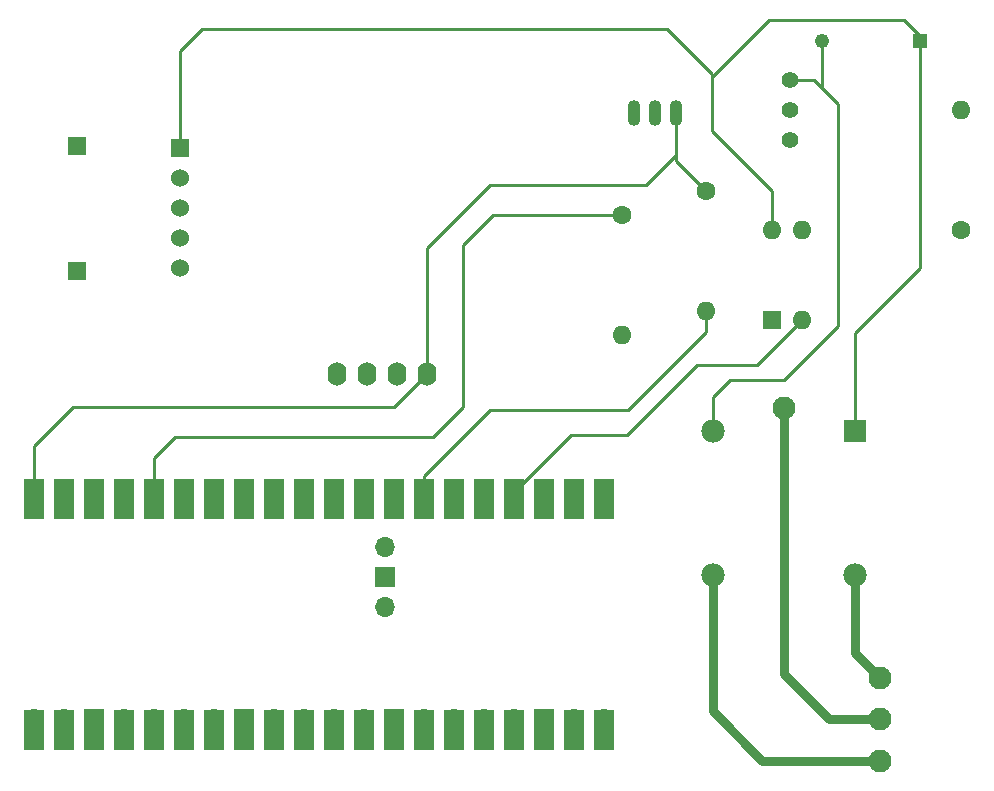
<source format=gtl>
%TF.GenerationSoftware,KiCad,Pcbnew,(6.0.11)*%
%TF.CreationDate,2023-04-01T22:46:31+02:00*%
%TF.ProjectId,thermostat,74686572-6d6f-4737-9461-742e6b696361,v01*%
%TF.SameCoordinates,Original*%
%TF.FileFunction,Copper,L1,Top*%
%TF.FilePolarity,Positive*%
%FSLAX46Y46*%
G04 Gerber Fmt 4.6, Leading zero omitted, Abs format (unit mm)*
G04 Created by KiCad (PCBNEW (6.0.11)) date 2023-04-01 22:46:31*
%MOMM*%
%LPD*%
G01*
G04 APERTURE LIST*
%TA.AperFunction,ComponentPad*%
%ADD10O,1.600000X2.000000*%
%TD*%
%TA.AperFunction,ComponentPad*%
%ADD11C,1.238000*%
%TD*%
%TA.AperFunction,ComponentPad*%
%ADD12R,1.238000X1.238000*%
%TD*%
%TA.AperFunction,ComponentPad*%
%ADD13C,1.422400*%
%TD*%
%TA.AperFunction,ComponentPad*%
%ADD14C,1.600000*%
%TD*%
%TA.AperFunction,ComponentPad*%
%ADD15O,1.600000X1.600000*%
%TD*%
%TA.AperFunction,ComponentPad*%
%ADD16O,1.100000X2.200000*%
%TD*%
%TA.AperFunction,ComponentPad*%
%ADD17R,1.600000X1.600000*%
%TD*%
%TA.AperFunction,ComponentPad*%
%ADD18R,1.980000X1.980000*%
%TD*%
%TA.AperFunction,ComponentPad*%
%ADD19C,1.980000*%
%TD*%
%TA.AperFunction,ComponentPad*%
%ADD20C,1.935000*%
%TD*%
%TA.AperFunction,ComponentPad*%
%ADD21R,1.524000X1.524000*%
%TD*%
%TA.AperFunction,ComponentPad*%
%ADD22C,1.524000*%
%TD*%
%TA.AperFunction,ComponentPad*%
%ADD23C,1.950000*%
%TD*%
%TA.AperFunction,SMDPad,CuDef*%
%ADD24R,1.700000X3.500000*%
%TD*%
%TA.AperFunction,ComponentPad*%
%ADD25O,1.700000X1.700000*%
%TD*%
%TA.AperFunction,ComponentPad*%
%ADD26R,1.700000X1.700000*%
%TD*%
%TA.AperFunction,Conductor*%
%ADD27C,0.254000*%
%TD*%
%TA.AperFunction,Conductor*%
%ADD28C,0.762000*%
%TD*%
G04 APERTURE END LIST*
D10*
%TO.P,Brd1,1,VCC*%
%TO.N,Net-(A1-Pad40)*%
X60008000Y-55812000D03*
%TO.P,Brd1,2,GND*%
%TO.N,GND*%
X57468000Y-55812000D03*
%TO.P,Brd1,3,SCL*%
%TO.N,Net-(A1-Pad2)*%
X54928000Y-55812000D03*
%TO.P,Brd1,4,SDA*%
%TO.N,Net-(A1-Pad1)*%
X52388000Y-55812000D03*
%TD*%
D11*
%TO.P,D1,A*%
%TO.N,Net-(D1-PadA)*%
X93390000Y-27686000D03*
D12*
%TO.P,D1,C*%
%TO.N,/MicroUSB connector/VBUS*%
X101682000Y-27686000D03*
%TD*%
D13*
%TO.P,T1,B*%
%TO.N,Net-(R3-Pad2)*%
X90677993Y-33528000D03*
%TO.P,T1,C*%
%TO.N,Net-(K1-PadA2)*%
X90677993Y-30988000D03*
%TO.P,T1,E*%
%TO.N,GND2*%
X90677993Y-36068000D03*
%TD*%
D14*
%TO.P,R2,1*%
%TO.N,Net-(A1-Pad36)*%
X76454000Y-42418000D03*
D15*
%TO.P,R2,2*%
%TO.N,Net-(R2-Pad2)*%
X76454000Y-52578000D03*
%TD*%
D16*
%TO.P,U1,1,GND*%
%TO.N,GND*%
X77478000Y-33766000D03*
%TO.P,U1,2,DQ*%
%TO.N,Net-(A1-Pad27)*%
X79248000Y-33766000D03*
%TO.P,U1,3,VDD*%
%TO.N,Net-(A1-Pad40)*%
X81018000Y-33766000D03*
%TD*%
D17*
%TO.P,U2,1*%
%TO.N,Net-(R2-Pad2)*%
X89149000Y-51298000D03*
D15*
%TO.P,U2,2*%
%TO.N,Net-(A1-Pad24)*%
X91689000Y-51298000D03*
%TO.P,U2,3*%
%TO.N,Net-(R3-Pad1)*%
X91689000Y-43678000D03*
%TO.P,U2,4*%
%TO.N,/MicroUSB connector/VBUS*%
X89149000Y-43678000D03*
%TD*%
D18*
%TO.P,K1,A1*%
%TO.N,Net-(J6-Pad5)*%
X96170000Y-60702000D03*
D19*
%TO.P,K1,A2*%
%TO.N,Net-(K1-PadA2)*%
X84170000Y-60702000D03*
D20*
%TO.P,K1,COM*%
%TO.N,Net-(K1-PadCOM)*%
X90170000Y-58702000D03*
D19*
%TO.P,K1,NC*%
%TO.N,Net-(K1-PadNC)*%
X96170000Y-72902000D03*
%TO.P,K1,NO*%
%TO.N,Net-(K1-PadNO)*%
X84170000Y-72902000D03*
%TD*%
D21*
%TO.P,J3,1,VBUS*%
%TO.N,/MicroUSB connector/VBUS*%
X39076000Y-36750000D03*
D22*
%TO.P,J3,2,D-*%
%TO.N,/MicroUSB connector/D-*%
X39076000Y-39290000D03*
%TO.P,J3,3,D+*%
%TO.N,/MicroUSB connector/D+*%
X39076000Y-41830000D03*
%TO.P,J3,4,ID*%
%TO.N,/MicroUSB connector/ID*%
X39076000Y-44370000D03*
%TO.P,J3,5,GND*%
%TO.N,GND2*%
X39076000Y-46910000D03*
D21*
%TO.P,J3,6,Shield*%
%TO.N,unconnected-(J3-Pad6)*%
X30326000Y-36530000D03*
%TO.P,J3,7*%
%TO.N,N/C*%
X30326000Y-47130000D03*
%TD*%
D14*
%TO.P,R1,1*%
%TO.N,Net-(A1-Pad40)*%
X83566000Y-40386000D03*
D15*
%TO.P,R1,2*%
%TO.N,Net-(A1-Pad27)*%
X83566000Y-50546000D03*
%TD*%
D14*
%TO.P,R3,1*%
%TO.N,Net-(R3-Pad1)*%
X105156000Y-43688000D03*
D15*
%TO.P,R3,2*%
%TO.N,Net-(R3-Pad2)*%
X105156000Y-33528000D03*
%TD*%
D23*
%TO.P,J1,1*%
%TO.N,Net-(K1-PadNO)*%
X98298000Y-88590000D03*
%TO.P,J1,2*%
%TO.N,Net-(K1-PadCOM)*%
X98298000Y-85090000D03*
%TO.P,J1,3*%
%TO.N,Net-(K1-PadNC)*%
X98298000Y-81590000D03*
%TD*%
D24*
%TO.P,A1,1,GPIO0*%
%TO.N,Net-(A1-Pad1)*%
X26670000Y-85990000D03*
D25*
X26670000Y-85090000D03*
D24*
%TO.P,A1,2,GPIO1*%
%TO.N,Net-(A1-Pad2)*%
X29210000Y-85990000D03*
D25*
X29210000Y-85090000D03*
D24*
%TO.P,A1,3,GND*%
%TO.N,GND*%
X31750000Y-85990000D03*
D26*
X31750000Y-85090000D03*
D24*
%TO.P,A1,4,GPIO2*%
%TO.N,unconnected-(A1-Pad4)*%
X34290000Y-85990000D03*
D25*
X34290000Y-85090000D03*
%TO.P,A1,5,GPIO3*%
%TO.N,unconnected-(A1-Pad5)*%
X36830000Y-85090000D03*
D24*
X36830000Y-85990000D03*
D25*
%TO.P,A1,6,GPIO4*%
%TO.N,unconnected-(A1-Pad6)*%
X39370000Y-85090000D03*
D24*
X39370000Y-85990000D03*
D25*
%TO.P,A1,7,GPIO5*%
%TO.N,unconnected-(A1-Pad7)*%
X41910000Y-85090000D03*
D24*
X41910000Y-85990000D03*
%TO.P,A1,8,GND*%
%TO.N,GND*%
X44450000Y-85990000D03*
D26*
X44450000Y-85090000D03*
D25*
%TO.P,A1,9,GPIO6*%
%TO.N,unconnected-(A1-Pad9)*%
X46990000Y-85090000D03*
D24*
X46990000Y-85990000D03*
D25*
%TO.P,A1,10,GPIO7*%
%TO.N,unconnected-(A1-Pad10)*%
X49530000Y-85090000D03*
D24*
X49530000Y-85990000D03*
%TO.P,A1,11,GPIO8*%
%TO.N,unconnected-(A1-Pad11)*%
X52070000Y-85990000D03*
D25*
X52070000Y-85090000D03*
%TO.P,A1,12,GPIO9*%
%TO.N,unconnected-(A1-Pad12)*%
X54610000Y-85090000D03*
D24*
X54610000Y-85990000D03*
%TO.P,A1,13,GND*%
%TO.N,GND*%
X57150000Y-85990000D03*
D26*
X57150000Y-85090000D03*
D25*
%TO.P,A1,14,GPIO10*%
%TO.N,unconnected-(A1-Pad14)*%
X59690000Y-85090000D03*
D24*
X59690000Y-85990000D03*
%TO.P,A1,15,GPIO11*%
%TO.N,unconnected-(A1-Pad15)*%
X62230000Y-85990000D03*
D25*
X62230000Y-85090000D03*
D24*
%TO.P,A1,16,GPIO12*%
%TO.N,unconnected-(A1-Pad16)*%
X64770000Y-85990000D03*
D25*
X64770000Y-85090000D03*
%TO.P,A1,17,GPIO13*%
%TO.N,unconnected-(A1-Pad17)*%
X67310000Y-85090000D03*
D24*
X67310000Y-85990000D03*
D26*
%TO.P,A1,18,GND*%
%TO.N,GND*%
X69850000Y-85090000D03*
D24*
X69850000Y-85990000D03*
%TO.P,A1,19,GPIO14*%
%TO.N,unconnected-(A1-Pad19)*%
X72390000Y-85990000D03*
D25*
X72390000Y-85090000D03*
%TO.P,A1,20,GPIO15*%
%TO.N,unconnected-(A1-Pad20)*%
X74930000Y-85090000D03*
D24*
X74930000Y-85990000D03*
D25*
%TO.P,A1,21,GPIO16*%
%TO.N,unconnected-(A1-Pad21)*%
X74930000Y-67310000D03*
D24*
X74930000Y-66410000D03*
%TO.P,A1,22,GPIO17*%
%TO.N,unconnected-(A1-Pad22)*%
X72390000Y-66410000D03*
D25*
X72390000Y-67310000D03*
D26*
%TO.P,A1,23,GND*%
%TO.N,GND*%
X69850000Y-67310000D03*
D24*
X69850000Y-66410000D03*
D25*
%TO.P,A1,24,GPIO18*%
%TO.N,Net-(A1-Pad24)*%
X67310000Y-67310000D03*
D24*
X67310000Y-66410000D03*
%TO.P,A1,25,GPIO19*%
%TO.N,unconnected-(A1-Pad25)*%
X64770000Y-66410000D03*
D25*
X64770000Y-67310000D03*
%TO.P,A1,26,GPIO20*%
%TO.N,unconnected-(A1-Pad26)*%
X62230000Y-67310000D03*
D24*
X62230000Y-66410000D03*
%TO.P,A1,27,GPIO21*%
%TO.N,Net-(A1-Pad27)*%
X59690000Y-66410000D03*
D25*
X59690000Y-67310000D03*
D24*
%TO.P,A1,28,GND*%
%TO.N,GND*%
X57150000Y-66410000D03*
D26*
X57150000Y-67310000D03*
D24*
%TO.P,A1,29,GPIO22*%
%TO.N,unconnected-(A1-Pad29)*%
X54610000Y-66410000D03*
D25*
X54610000Y-67310000D03*
%TO.P,A1,30,RUN*%
%TO.N,unconnected-(A1-Pad30)*%
X52070000Y-67310000D03*
D24*
X52070000Y-66410000D03*
%TO.P,A1,31,GPIO26_ADC0*%
%TO.N,unconnected-(A1-Pad31)*%
X49530000Y-66410000D03*
D25*
X49530000Y-67310000D03*
%TO.P,A1,32,GPIO27_ADC1*%
%TO.N,unconnected-(A1-Pad32)*%
X46990000Y-67310000D03*
D24*
X46990000Y-66410000D03*
%TO.P,A1,33,AGND*%
%TO.N,unconnected-(A1-Pad33)*%
X44450000Y-66410000D03*
D26*
X44450000Y-67310000D03*
D24*
%TO.P,A1,34,GPIO28_ADC2*%
%TO.N,unconnected-(A1-Pad34)*%
X41910000Y-66410000D03*
D25*
X41910000Y-67310000D03*
D24*
%TO.P,A1,35,ADC_VREF*%
%TO.N,unconnected-(A1-Pad35)*%
X39370000Y-66410000D03*
D25*
X39370000Y-67310000D03*
%TO.P,A1,36,3V3*%
%TO.N,Net-(A1-Pad36)*%
X36830000Y-67310000D03*
D24*
X36830000Y-66410000D03*
D25*
%TO.P,A1,37,3V3_EN*%
%TO.N,unconnected-(A1-Pad37)*%
X34290000Y-67310000D03*
D24*
X34290000Y-66410000D03*
%TO.P,A1,38,GND*%
%TO.N,GND*%
X31750000Y-66410000D03*
D26*
X31750000Y-67310000D03*
D24*
%TO.P,A1,39,VSYS*%
%TO.N,unconnected-(A1-Pad39)*%
X29210000Y-66410000D03*
D25*
X29210000Y-67310000D03*
%TO.P,A1,40,VBUS*%
%TO.N,Net-(A1-Pad40)*%
X26670000Y-67310000D03*
D24*
X26670000Y-66410000D03*
D25*
%TO.P,A1,41,SWCLK*%
%TO.N,unconnected-(A1-Pad41)*%
X56400000Y-75615900D03*
D26*
%TO.P,A1,42,SWGND*%
%TO.N,unconnected-(A1-Pad42)*%
X56400000Y-73075900D03*
D25*
%TO.P,A1,43,SWDIO*%
%TO.N,unconnected-(A1-Pad43)*%
X56400000Y-70535900D03*
%TD*%
D27*
%TO.N,GND*%
X57468000Y-55816000D02*
X57468000Y-55812000D01*
%TO.N,Net-(A1-Pad24)*%
X82804000Y-55118000D02*
X76934000Y-60988000D01*
X91689000Y-51298000D02*
X87869000Y-55118000D01*
X67310000Y-67310000D02*
X67310000Y-65842000D01*
X76934000Y-60988000D02*
X72164000Y-60988000D01*
X87869000Y-55118000D02*
X82804000Y-55118000D01*
X67310000Y-65842000D02*
X72164000Y-60988000D01*
%TO.N,Net-(A1-Pad40)*%
X57146000Y-58674000D02*
X60008000Y-55812000D01*
X60008000Y-55812000D02*
X60008000Y-45148000D01*
X26670000Y-61976000D02*
X29972000Y-58674000D01*
X65278000Y-39878000D02*
X78486000Y-39878000D01*
X81018000Y-37346000D02*
X81018000Y-33766000D01*
X60008000Y-45148000D02*
X65278000Y-39878000D01*
X81018000Y-37346000D02*
X81018000Y-37838000D01*
X29972000Y-58674000D02*
X57146000Y-58674000D01*
X81018000Y-37838000D02*
X83566000Y-40386000D01*
X78486000Y-39878000D02*
X81018000Y-37346000D01*
X26670000Y-67310000D02*
X26670000Y-61976000D01*
%TO.N,Net-(A1-Pad27)*%
X83566000Y-52324000D02*
X76962000Y-58928000D01*
X65278000Y-58928000D02*
X59690000Y-64516000D01*
X59690000Y-64516000D02*
X59690000Y-67310000D01*
X76962000Y-58928000D02*
X65278000Y-58928000D01*
X83566000Y-50546000D02*
X83566000Y-52324000D01*
%TO.N,Net-(K1-PadA2)*%
X94742000Y-33020000D02*
X93980000Y-32258000D01*
X93390000Y-27686000D02*
X93390000Y-31668000D01*
X94742000Y-51816000D02*
X94742000Y-33020000D01*
X92710000Y-30988000D02*
X90677993Y-30988000D01*
X90170000Y-56388000D02*
X94742000Y-51816000D01*
X93390000Y-31668000D02*
X93980000Y-32258000D01*
X93980000Y-32258000D02*
X92710000Y-30988000D01*
X84170000Y-60702000D02*
X84170000Y-57816000D01*
X85598000Y-56388000D02*
X90170000Y-56388000D01*
X84170000Y-57816000D02*
X85598000Y-56388000D01*
D28*
%TO.N,Net-(K1-PadCOM)*%
X90170000Y-81280000D02*
X93980000Y-85090000D01*
X90170000Y-58702000D02*
X90170000Y-81280000D01*
X93980000Y-85090000D02*
X98298000Y-85090000D01*
%TO.N,Net-(K1-PadNO)*%
X88336000Y-88590000D02*
X98298000Y-88590000D01*
X84170000Y-84424000D02*
X84170000Y-72902000D01*
X88336000Y-88590000D02*
X84170000Y-84424000D01*
%TO.N,Net-(K1-PadNC)*%
X96170000Y-79462000D02*
X98298000Y-81590000D01*
X96170000Y-72902000D02*
X96170000Y-79462000D01*
D27*
%TO.N,/MicroUSB connector/VBUS*%
X101682000Y-27260000D02*
X100330000Y-25908000D01*
X89149000Y-40381000D02*
X84074000Y-35306000D01*
X88900000Y-25908000D02*
X84074000Y-30734000D01*
X101682000Y-27686000D02*
X101682000Y-27260000D01*
X100330000Y-25908000D02*
X88900000Y-25908000D01*
X96170000Y-52420000D02*
X101682000Y-46908000D01*
X84074000Y-30480000D02*
X80264000Y-26670000D01*
X101682000Y-46908000D02*
X101682000Y-27686000D01*
X89149000Y-43678000D02*
X89149000Y-40381000D01*
X40894000Y-26670000D02*
X39076000Y-28488000D01*
X80264000Y-26670000D02*
X40894000Y-26670000D01*
X39076000Y-32218000D02*
X39076000Y-36750000D01*
X84074000Y-30734000D02*
X84074000Y-30480000D01*
X39076000Y-28488000D02*
X39076000Y-32218000D01*
X96170000Y-60702000D02*
X96170000Y-52420000D01*
X84074000Y-35306000D02*
X84074000Y-30734000D01*
%TO.N,Net-(A1-Pad36)*%
X38608000Y-61214000D02*
X36830000Y-62992000D01*
X62992000Y-44958000D02*
X62992000Y-58674000D01*
X60452000Y-61214000D02*
X38608000Y-61214000D01*
X76454000Y-42418000D02*
X65532000Y-42418000D01*
X65532000Y-42418000D02*
X62992000Y-44958000D01*
X36830000Y-62992000D02*
X36830000Y-67310000D01*
X62992000Y-58674000D02*
X60452000Y-61214000D01*
%TD*%
M02*

</source>
